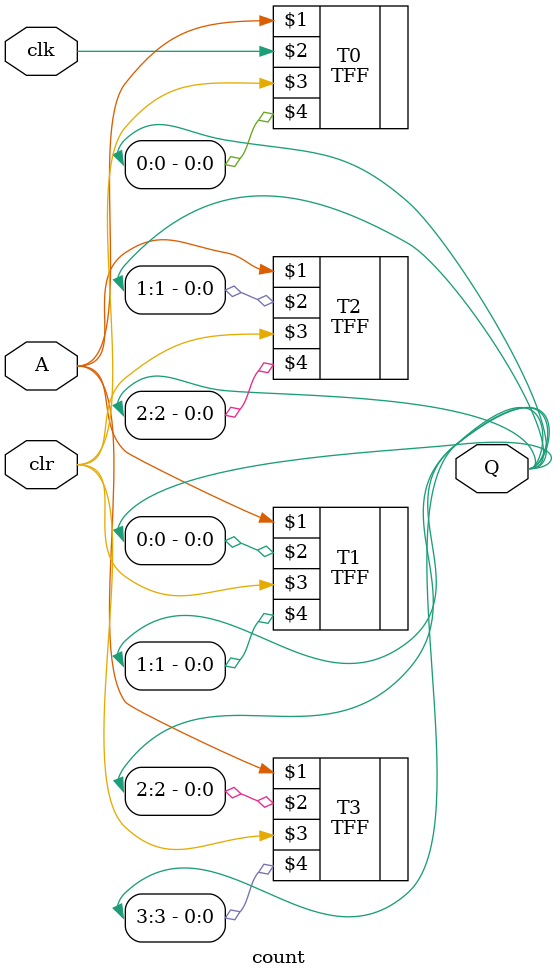
<source format=v>
`timescale 1ns / 1ps

module count(A, clk, clr, Q);
input A, clk, clr;
output wire [3:0]Q;

TFF T0(A, clk, clr, Q[0]);
TFF T1(A, Q[0], clr, Q[1]);
TFF T2(A, Q[1], clr, Q[2]);
TFF T3(A, Q[2], clr, Q[3]);
     
endmodule

</source>
